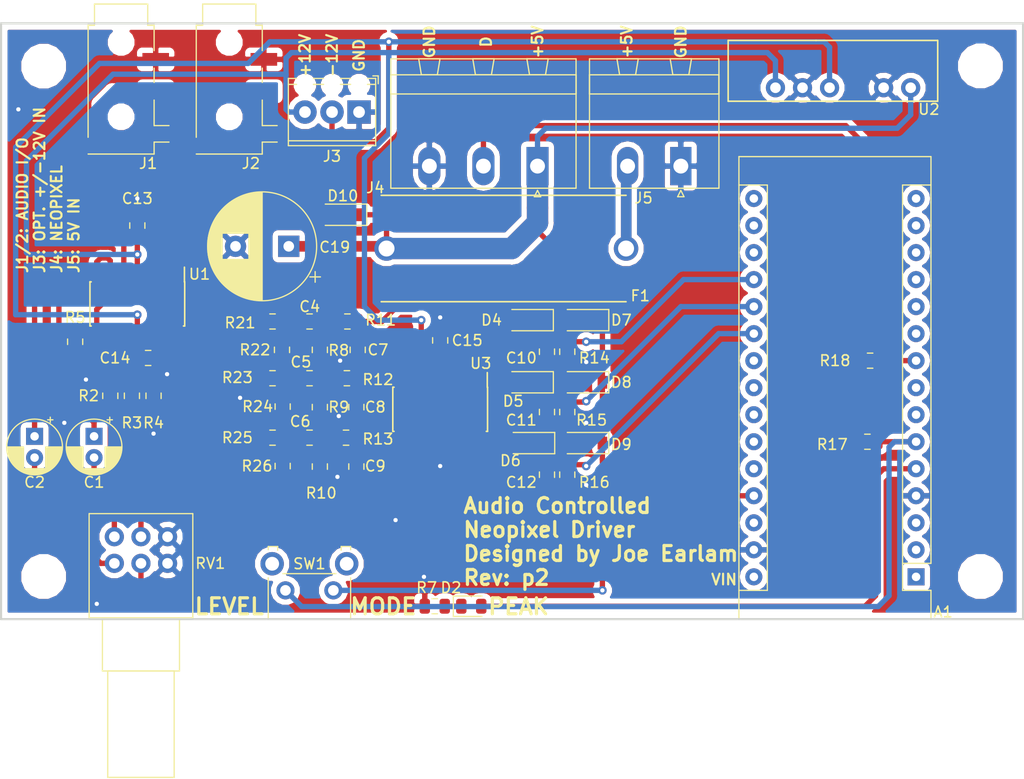
<source format=kicad_pcb>
(kicad_pcb (version 20171130) (host pcbnew 5.0.2-bee76a0~70~ubuntu16.04.1)
  (layers (0 F.Cu signal) (31 B.Cu signal) (34 B.Paste user) (35 F.Paste user) (36 B.SilkS user) (37 F.SilkS user) (38 B.Mask user) (39 F.Mask user) (44 Edge.Cuts user))
  (net 0 "")
  (net 1 GND)
  (net 2 "Net-(C2-Pad1)")
  (net 3 "Net-(C1-Pad1)")
  (net 4 "Net-(C4-Pad1)")
  (net 5 /Buf_input)
  (net 6 +5V)
  (net 7 "Net-(C9-Pad1)")
  (net 8 "Net-(R2-Pad2)")
  (net 9 "Net-(D2-Pad1)")
  (net 10 "Net-(A1-Pad6)")
  (net 11 "Net-(C6-Pad1)")
  (net 12 "Net-(R4-Pad1)")
  (net 13 "Net-(C5-Pad1)")
  (net 14 "Net-(C7-Pad2)")
  (net 15 "Net-(C8-Pad1)")
  (net 16 /Neopixel)
  (net 17 -12V)
  (net 18 +12V)
  (net 19 "Net-(D4-Pad2)")
  (net 20 "Net-(D6-Pad2)")
  (net 21 "Net-(D5-Pad2)")
  (net 22 "Net-(A1-Pad1)")
  (net 23 "Net-(A1-Pad17)")
  (net 24 "Net-(A1-Pad2)")
  (net 25 "Net-(A1-Pad18)")
  (net 26 "Net-(A1-Pad3)")
  (net 27 "Net-(A1-Pad22)")
  (net 28 "Net-(A1-Pad7)")
  (net 29 "Net-(A1-Pad23)")
  (net 30 "Net-(A1-Pad8)")
  (net 31 "Net-(A1-Pad24)")
  (net 32 "Net-(A1-Pad9)")
  (net 33 "Net-(A1-Pad25)")
  (net 34 "Net-(A1-Pad10)")
  (net 35 "Net-(A1-Pad26)")
  (net 36 "Net-(A1-Pad11)")
  (net 37 "Net-(A1-Pad12)")
  (net 38 "Net-(A1-Pad28)")
  (net 39 "Net-(A1-Pad13)")
  (net 40 "Net-(A1-Pad14)")
  (net 41 "Net-(A1-Pad30)")
  (net 42 "Net-(A1-Pad15)")
  (net 43 "Net-(A1-Pad16)")
  (net 44 /Input_R)
  (net 45 /Input_L)
  (net 46 "Net-(F1-Pad2)")
  (net 47 "Net-(J7-Pad1)")
  (net 48 "Net-(J6-Pad1)")
  (net 49 "Net-(R2-Pad1)")
  (net 50 "Net-(R3-Pad2)")
  (net 51 /Low)
  (net 52 /Mid)
  (net 53 /High)
  (net 54 "Net-(C1-Pad2)")
  (net 55 "Net-(C2-Pad2)")
  (net 56 "Net-(J8-Pad1)")
  (net 57 "Net-(J9-Pad1)")
  (net 58 "Net-(J2-PadR2)")
  (net 59 "Net-(J1-PadR2)")
  (net 60 "Net-(C5-Pad2)")
  (net 61 "Net-(C6-Pad2)")
  (net 62 "Net-(C4-Pad2)")
  (net 63 /Clipping)
  (net 64 "Net-(U3-Pad13)")
  (net 65 "Net-(U1-Pad13)")
  (module Footprints:TMAxxxxD (layer F.Cu) (at 125.984 30.607 180)
    (fp_text reference U2 (at 0.8255 -6.477 180) (layer F.SilkS))
    (fp_text value TMA0512D)
    (pad 1 thru_hole circle (at 2.54 -4.445 180) (size 1.8 1.8) (drill 1) (layers *.Cu *.Mask) (net 6 +5V))
    (pad 2 thru_hole circle (at 5.08 -4.445 180) (size 1.8 1.8) (drill 1) (layers *.Cu *.Mask) (net 1 GND))
    (pad 4 thru_hole circle (at 10.16 -4.445 180) (size 1.8 1.8) (drill 1) (layers *.Cu *.Mask) (net 17 -12V))
    (pad 5 thru_hole circle (at 12.7 -4.445 180) (size 1.8 1.8) (drill 1) (layers *.Cu *.Mask) (net 1 GND))
    (pad 6 thru_hole circle (at 15.24 -4.445 180) (size 1.8 1.8) (drill 1) (layers *.Cu *.Mask) (net 18 +12V))
  )
  (module Resistor_SMD:R_0805_2012Metric (layer F.Cu) (at 63.5 57.023 180)
    (fp_text reference R21 (at 3.048 -0.127) (layer F.SilkS))
    (fp_text value 100K)
    (pad 2 smd roundrect (at 0.9375 0 180) (size 0.975 1.4) (layers F.Cu F.Paste F.Mask) (net 5 /Buf_input))
    (pad 1 smd roundrect (at -0.9375 0 180) (size 0.975 1.4) (layers F.Cu F.Paste F.Mask) (net 62 "Net-(C4-Pad2)"))
  )
  (module Resistor_SMD:R_0805_2012Metric (layer F.Cu) (at 64.389 59.69 90)
    (fp_text reference R22 (at 0 -2.54 180) (layer F.SilkS))
    (fp_text value 250K)
    (pad 1 smd roundrect (at -0.9375 0 90) (size 0.975 1.4) (layers F.Cu F.Paste F.Mask) (net 1 GND))
    (pad 2 smd roundrect (at 0.9375 0 90) (size 0.975 1.4) (layers F.Cu F.Paste F.Mask) (net 62 "Net-(C4-Pad2)"))
  )
  (module Resistor_SMD:R_0805_2012Metric (layer F.Cu) (at 64.4525 65.024 90)
    (fp_text reference R24 (at 0 -2.3495 180) (layer F.SilkS))
    (fp_text value 169K)
    (pad 2 smd roundrect (at 0.9375 0 90) (size 0.975 1.4) (layers F.Cu F.Paste F.Mask) (net 60 "Net-(C5-Pad2)"))
    (pad 1 smd roundrect (at -0.9375 0 90) (size 0.975 1.4) (layers F.Cu F.Paste F.Mask) (net 1 GND))
  )
  (module Resistor_SMD:R_0805_2012Metric (layer F.Cu) (at 63.5 67.945 180)
    (fp_text reference R25 (at 3.302 0) (layer F.SilkS))
    (fp_text value 0R)
    (pad 1 smd roundrect (at -0.9375 0 180) (size 0.975 1.4) (layers F.Cu F.Paste F.Mask) (net 61 "Net-(C6-Pad2)"))
    (pad 2 smd roundrect (at 0.9375 0 180) (size 0.975 1.4) (layers F.Cu F.Paste F.Mask) (net 5 /Buf_input))
  )
  (module Resistor_SMD:R_0805_2012Metric (layer F.Cu) (at 64.4525 70.612 90)
    (fp_text reference R26 (at 0 -2.413 180) (layer F.SilkS))
    (fp_text value NF)
    (pad 2 smd roundrect (at 0.9375 0 90) (size 0.975 1.4) (layers F.Cu F.Paste F.Mask) (net 61 "Net-(C6-Pad2)"))
    (pad 1 smd roundrect (at -0.9375 0 90) (size 0.975 1.4) (layers F.Cu F.Paste F.Mask) (net 1 GND))
  )
  (module Resistor_SMD:R_0805_2012Metric (layer F.Cu) (at 63.5 62.357 180)
    (fp_text reference R23 (at 3.302 0.0635) (layer F.SilkS))
    (fp_text value 100K)
    (pad 1 smd roundrect (at -0.9375 0 180) (size 0.975 1.4) (layers F.Cu F.Paste F.Mask) (net 60 "Net-(C5-Pad2)"))
    (pad 2 smd roundrect (at 0.9375 0 180) (size 0.975 1.4) (layers F.Cu F.Paste F.Mask) (net 5 /Buf_input))
  )
  (module Connector_Audio:Jack_3.5mm_PJ320D_Horizontal (layer F.Cu) (at 49.276 35.56 270)
    (fp_text reference J1 (at 6.604 -2.54) (layer F.SilkS))
    (fp_text value AudioJack4)
    (pad "" np_thru_hole circle (at 2.225 0 270) (size 1.5 1.5) (drill 1.5) (layers *.Cu *.Mask))
    (pad "" np_thru_hole circle (at -4.775 0 270) (size 1.5 1.5) (drill 1.5) (layers *.Cu *.Mask))
    (pad S smd rect (at -3.175 -3.25 270) (size 1.2 2.5) (layers F.Cu F.Paste F.Mask) (net 1 GND))
    (pad R1 smd rect (at -0.175 -3.25 270) (size 1.2 2.5) (layers F.Cu F.Paste F.Mask) (net 45 /Input_L))
    (pad T smd rect (at 3.825 -3.25 270) (size 1.2 2.5) (layers F.Cu F.Paste F.Mask) (net 44 /Input_R))
    (pad R2 smd rect (at 4.925 3.25 270) (size 1.2 2.5) (layers F.Cu F.Paste F.Mask) (net 59 "Net-(J1-PadR2)"))
  )
  (module Connector_Audio:Jack_3.5mm_PJ320D_Horizontal (layer F.Cu) (at 59.436 35.56 270)
    (fp_text reference J2 (at 6.604 -2.032) (layer F.SilkS))
    (fp_text value AudioJack4)
    (pad R2 smd rect (at 4.925 3.25 270) (size 1.2 2.5) (layers F.Cu F.Paste F.Mask) (net 58 "Net-(J2-PadR2)"))
    (pad T smd rect (at 3.825 -3.25 270) (size 1.2 2.5) (layers F.Cu F.Paste F.Mask) (net 44 /Input_R))
    (pad R1 smd rect (at -0.175 -3.25 270) (size 1.2 2.5) (layers F.Cu F.Paste F.Mask) (net 45 /Input_L))
    (pad S smd rect (at -3.175 -3.25 270) (size 1.2 2.5) (layers F.Cu F.Paste F.Mask) (net 1 GND))
    (pad "" np_thru_hole circle (at -4.775 0 270) (size 1.5 1.5) (drill 1.5) (layers *.Cu *.Mask))
    (pad "" np_thru_hole circle (at 2.225 0 270) (size 1.5 1.5) (drill 1.5) (layers *.Cu *.Mask))
  )
  (module Diode_SMD:D_SOD-123 (layer F.Cu) (at 70.104 46.99 180)
    (fp_text reference D10 (at 0 1.778) (layer F.SilkS))
    (fp_text value 1N5819)
    (pad 2 smd rect (at 1.65 0 180) (size 0.9 1.2) (layers F.Cu F.Paste F.Mask) (net 1 GND))
    (pad 1 smd rect (at -1.65 0 180) (size 0.9 1.2) (layers F.Cu F.Paste F.Mask) (net 6 +5V))
  )
  (module Capacitor_SMD:C_0805_2012Metric (layer F.Cu) (at 51.816 60.452)
    (fp_text reference C14 (at -3.1115 0) (layer F.SilkS))
    (fp_text value 100n)
    (pad 1 smd roundrect (at -0.9375 0) (size 0.975 1.4) (layers F.Cu F.Paste F.Mask) (net 17 -12V))
    (pad 2 smd roundrect (at 0.9375 0) (size 0.975 1.4) (layers F.Cu F.Paste F.Mask) (net 1 GND))
  )
  (module Connector_Phoenix_MSTB:PhoenixContact_MSTBA_2,5_2-G_1x02_P5.00mm_Horizontal (layer F.Cu) (at 101.854 42.418 180)
    (fp_text reference J5 (at 3.5 -3 180) (layer F.SilkS))
    (fp_text value KF2EDGK)
    (pad 1 thru_hole rect (at 0 0 180) (size 2 3.6) (drill 1.4) (layers *.Cu *.Mask) (net 1 GND))
    (pad 2 thru_hole oval (at 5 0 180) (size 2 3.6) (drill 1.4) (layers *.Cu *.Mask) (net 46 "Net-(F1-Pad2)"))
  )
  (module Connector_Phoenix_MSTB:PhoenixContact_MSTBA_2,5_3-G-5,08_1x03_P5.08mm_Horizontal (layer F.Cu) (at 88.392 42.418 180)
    (fp_text reference J4 (at 15.24 -2.032 180) (layer F.SilkS))
    (fp_text value KF2EDGK)
    (pad 1 thru_hole rect (at 0 0 180) (size 2.08 3.6) (drill 1.4) (layers *.Cu *.Mask) (net 6 +5V))
    (pad 2 thru_hole oval (at 5.08 0 180) (size 2.08 3.6) (drill 1.4) (layers *.Cu *.Mask) (net 16 /Neopixel))
    (pad 3 thru_hole oval (at 10.16 0 180) (size 2.08 3.6) (drill 1.4) (layers *.Cu *.Mask) (net 1 GND))
  )
  (module MountingHole:MountingHole_3.2mm_M3 (layer F.Cu) (at 130 81)
    (fp_text reference J9 hide)
    (fp_text value Conn_01x01_Female)
    (pad 1 np_thru_hole circle (at 0 0) (size 3.2 3.2) (drill 3.2) (layers *.Cu *.Mask) (net 57 "Net-(J9-Pad1)"))
  )
  (module TerminalBlock_Phoenix:TerminalBlock_Phoenix_MPT-0,5-3-2.54_1x03_P2.54mm_Horizontal (layer F.Cu) (at 71.628 37.338 180)
    (fp_text reference J3 (at 2.54 -4.16 180) (layer F.SilkS))
    (fp_text value KF2EDGK)
    (pad 1 thru_hole rect (at 0 0 180) (size 2.2 2.2) (drill 1.1) (layers *.Cu *.Mask) (net 1 GND))
    (pad "" np_thru_hole circle (at 0 2.54 180) (size 1.1 1.1) (drill 1.1) (layers *.Cu *.Mask))
    (pad 2 thru_hole circle (at 2.54 0 180) (size 2.2 2.2) (drill 1.1) (layers *.Cu *.Mask) (net 17 -12V))
    (pad "" np_thru_hole circle (at 2.54 2.54 180) (size 1.1 1.1) (drill 1.1) (layers *.Cu *.Mask))
    (pad 3 thru_hole circle (at 5.08 0 180) (size 2.2 2.2) (drill 1.1) (layers *.Cu *.Mask) (net 18 +12V))
    (pad "" np_thru_hole circle (at 5.08 2.54 180) (size 1.1 1.1) (drill 1.1) (layers *.Cu *.Mask))
  )
  (module Capacitor_THT:CP_Radial_D5.0mm_P2.00mm (layer F.Cu) (at 41.148 67.818 270)
    (fp_text reference C2 (at 4.318 0) (layer F.SilkS))
    (fp_text value 10u)
    (pad 2 thru_hole circle (at 2 0 270) (size 1.6 1.6) (drill 0.8) (layers *.Cu *.Mask) (net 55 "Net-(C2-Pad2)"))
    (pad 1 thru_hole rect (at 0 0 270) (size 1.6 1.6) (drill 0.8) (layers *.Cu *.Mask) (net 2 "Net-(C2-Pad1)"))
  )
  (module Capacitor_THT:CP_Radial_D5.0mm_P2.00mm (layer F.Cu) (at 46.736 67.818 270)
    (fp_text reference C1 (at 4.318 0) (layer F.SilkS))
    (fp_text value 10u)
    (pad 1 thru_hole rect (at 0 0 270) (size 1.6 1.6) (drill 0.8) (layers *.Cu *.Mask) (net 3 "Net-(C1-Pad1)"))
    (pad 2 thru_hole circle (at 2 0 270) (size 1.6 1.6) (drill 0.8) (layers *.Cu *.Mask) (net 54 "Net-(C1-Pad2)"))
  )
  (module MountingHole:MountingHole_3.2mm_M3 (layer F.Cu) (at 42 81)
    (fp_text reference J6 hide)
    (fp_text value Conn_01x01_Female)
    (pad 1 np_thru_hole circle (at 0 0) (size 3.2 3.2) (drill 3.2) (layers *.Cu *.Mask) (net 48 "Net-(J6-Pad1)"))
  )
  (module MountingHole:MountingHole_3.2mm_M3 (layer F.Cu) (at 130 33)
    (fp_text reference J7 hide)
    (fp_text value Conn_01x01_Female)
    (pad 1 np_thru_hole circle (at 0 0) (size 3.2 3.2) (drill 3.2) (layers *.Cu *.Mask) (net 47 "Net-(J7-Pad1)"))
  )
  (module MountingHole:MountingHole_3.2mm_M3 (layer F.Cu) (at 42 33.02)
    (fp_text reference J8 hide)
    (fp_text value Conn_01x01_Female)
    (pad 1 np_thru_hole circle (at 0 0) (size 3.2 3.2) (drill 3.2) (layers *.Cu *.Mask) (net 56 "Net-(J8-Pad1)"))
  )
  (module Footprints:5x20_holder (layer F.Cu) (at 84.709 50.165)
    (fp_text reference F1 (at 13.335 4.445) (layer F.SilkS))
    (fp_text value 176-9047)
    (pad 1 thru_hole circle (at -10.5 0) (size 2.3 2.3) (drill 1.5) (layers *.Cu *.Mask) (net 6 +5V))
    (pad 2 thru_hole circle (at 12 0) (size 2.3 2.3) (drill 1.5) (layers *.Cu *.Mask) (net 46 "Net-(F1-Pad2)"))
  )
  (module Package_SO:SOIC-14_3.9x8.7mm_P1.27mm (layer F.Cu) (at 50.8 55.372 270)
    (fp_text reference U1 (at -2.794 -5.842) (layer F.SilkS))
    (fp_text value LM324)
    (pad 1 smd rect (at -2.7 -3.81 270) (size 1.5 0.6) (layers F.Cu F.Paste F.Mask) (net 3 "Net-(C1-Pad1)"))
    (pad 2 smd rect (at -2.7 -2.54 270) (size 1.5 0.6) (layers F.Cu F.Paste F.Mask) (net 3 "Net-(C1-Pad1)"))
    (pad 3 smd rect (at -2.7 -1.27 270) (size 1.5 0.6) (layers F.Cu F.Paste F.Mask) (net 44 /Input_R))
    (pad 4 smd rect (at -2.7 0 270) (size 1.5 0.6) (layers F.Cu F.Paste F.Mask) (net 18 +12V))
    (pad 5 smd rect (at -2.7 1.27 270) (size 1.5 0.6) (layers F.Cu F.Paste F.Mask) (net 45 /Input_L))
    (pad 6 smd rect (at -2.7 2.54 270) (size 1.5 0.6) (layers F.Cu F.Paste F.Mask) (net 2 "Net-(C2-Pad1)"))
    (pad 7 smd rect (at -2.7 3.81 270) (size 1.5 0.6) (layers F.Cu F.Paste F.Mask) (net 2 "Net-(C2-Pad1)"))
    (pad 8 smd rect (at 2.7 3.81 270) (size 1.5 0.6) (layers F.Cu F.Paste F.Mask) (net 5 /Buf_input))
    (pad 9 smd rect (at 2.7 2.54 270) (size 1.5 0.6) (layers F.Cu F.Paste F.Mask) (net 8 "Net-(R2-Pad2)"))
    (pad 10 smd rect (at 2.7 1.27 270) (size 1.5 0.6) (layers F.Cu F.Paste F.Mask) (net 12 "Net-(R4-Pad1)"))
    (pad 11 smd rect (at 2.7 0 270) (size 1.5 0.6) (layers F.Cu F.Paste F.Mask) (net 17 -12V))
    (pad 12 smd rect (at 2.7 -1.27 270) (size 1.5 0.6) (layers F.Cu F.Paste F.Mask) (net 1 GND))
    (pad 13 smd rect (at 2.7 -2.54 270) (size 1.5 0.6) (layers F.Cu F.Paste F.Mask) (net 65 "Net-(U1-Pad13)"))
    (pad 14 smd rect (at 2.7 -3.81 270) (size 1.5 0.6) (layers F.Cu F.Paste F.Mask) (net 65 "Net-(U1-Pad13)"))
  )
  (module LED_SMD:LED_0805_2012Metric (layer F.Cu) (at 82.169 83.788)
    (fp_text reference D2 (at -1.905 -1.746) (layer F.SilkS))
    (fp_text value Red)
    (pad 1 smd roundrect (at -0.9375 0) (size 0.975 1.4) (layers F.Cu F.Paste F.Mask) (net 9 "Net-(D2-Pad1)"))
    (pad 2 smd roundrect (at 0.9375 0) (size 0.975 1.4) (layers F.Cu F.Paste F.Mask) (net 63 /Clipping))
  )
  (module Button_Switch_THT:SW_Tactile_SKHH_Angled (layer F.Cu) (at 69.215 82.296 180)
    (fp_text reference SW1 (at 2.25 2.5 180) (layer F.SilkS))
    (fp_text value SW_SPST)
    (pad "" thru_hole circle (at 5.75 2.5) (size 2.2 2.2) (drill 1.3) (layers *.Cu *.Mask))
    (pad "" thru_hole circle (at -1.25 2.5) (size 2.2 2.2) (drill 1.3) (layers *.Cu *.Mask))
    (pad 2 thru_hole circle (at 4.5 0) (size 1.7 1.7) (drill 1) (layers *.Cu *.Mask) (net 10 "Net-(A1-Pad6)"))
    (pad 1 thru_hole circle (at 0 0) (size 1.7 1.7) (drill 1) (layers *.Cu *.Mask) (net 6 +5V))
  )
  (module Capacitor_SMD:C_0805_2012Metric (layer F.Cu) (at 79.248 58.801 270)
    (fp_text reference C15 (at 0 -2.54) (layer F.SilkS))
    (fp_text value 100n)
    (pad 1 smd roundrect (at -0.9375 0 270) (size 0.975 1.4) (layers F.Cu F.Paste F.Mask) (net 1 GND))
    (pad 2 smd roundrect (at 0.9375 0 270) (size 0.975 1.4) (layers F.Cu F.Paste F.Mask) (net 18 +12V))
  )
  (module Capacitor_SMD:C_0805_2012Metric (layer F.Cu) (at 50.8 48.006 270)
    (fp_text reference C13 (at -2.54 0) (layer F.SilkS))
    (fp_text value 100n)
    (pad 1 smd roundrect (at -0.9375 0 270) (size 0.975 1.4) (layers F.Cu F.Paste F.Mask) (net 1 GND))
    (pad 2 smd roundrect (at 0.9375 0 270) (size 0.975 1.4) (layers F.Cu F.Paste F.Mask) (net 18 +12V))
  )
  (module Capacitor_SMD:C_0805_2012Metric (layer F.Cu) (at 89.281 71.4225 270)
    (fp_text reference C12 (at 0.7135 2.413) (layer F.SilkS))
    (fp_text value 100n)
    (pad 2 smd roundrect (at 0.9375 0 270) (size 0.975 1.4) (layers F.Cu F.Paste F.Mask) (net 1 GND))
    (pad 1 smd roundrect (at -0.9375 0 270) (size 0.975 1.4) (layers F.Cu F.Paste F.Mask) (net 53 /High))
  )
  (module Capacitor_SMD:C_0805_2012Metric (layer F.Cu) (at 89.281 65.532 270)
    (fp_text reference C11 (at 0.762 2.413) (layer F.SilkS))
    (fp_text value 100n)
    (pad 1 smd roundrect (at -0.9375 0 270) (size 0.975 1.4) (layers F.Cu F.Paste F.Mask) (net 52 /Mid))
    (pad 2 smd roundrect (at 0.9375 0 270) (size 0.975 1.4) (layers F.Cu F.Paste F.Mask) (net 1 GND))
  )
  (module Capacitor_SMD:C_0805_2012Metric (layer F.Cu) (at 89.281 59.8655 270)
    (fp_text reference C10 (at 0.5865 2.413) (layer F.SilkS))
    (fp_text value 100n)
    (pad 2 smd roundrect (at 0.9375 0 270) (size 0.975 1.4) (layers F.Cu F.Paste F.Mask) (net 1 GND))
    (pad 1 smd roundrect (at -0.9375 0 270) (size 0.975 1.4) (layers F.Cu F.Paste F.Mask) (net 51 /Low))
  )
  (module Capacitor_SMD:C_0805_2012Metric (layer F.Cu) (at 71.374 70.6605 270)
    (fp_text reference C9 (at -0.0485 -1.778) (layer F.SilkS))
    (fp_text value 10n)
    (pad 1 smd roundrect (at -0.9375 0 270) (size 0.975 1.4) (layers F.Cu F.Paste F.Mask) (net 7 "Net-(C9-Pad1)"))
    (pad 2 smd roundrect (at 0.9375 0 270) (size 0.975 1.4) (layers F.Cu F.Paste F.Mask) (net 1 GND))
  )
  (module Capacitor_SMD:C_0805_2012Metric (layer F.Cu) (at 71.374 65.0725 270)
    (fp_text reference C8 (at 0 -1.778) (layer F.SilkS))
    (fp_text value 10n)
    (pad 2 smd roundrect (at 0.9375 0 270) (size 0.975 1.4) (layers F.Cu F.Paste F.Mask) (net 1 GND))
    (pad 1 smd roundrect (at -0.9375 0 270) (size 0.975 1.4) (layers F.Cu F.Paste F.Mask) (net 15 "Net-(C8-Pad1)"))
  )
  (module Capacitor_SMD:C_0805_2012Metric (layer F.Cu) (at 71.501 59.69 90)
    (fp_text reference C7 (at 0 1.905 180) (layer F.SilkS))
    (fp_text value 47n)
    (pad 1 smd roundrect (at -0.9375 0 90) (size 0.975 1.4) (layers F.Cu F.Paste F.Mask) (net 1 GND))
    (pad 2 smd roundrect (at 0.9375 0 90) (size 0.975 1.4) (layers F.Cu F.Paste F.Mask) (net 14 "Net-(C7-Pad2)"))
  )
  (module Capacitor_SMD:C_0805_2012Metric (layer F.Cu) (at 66.9775 67.945 180)
    (fp_text reference C6 (at 0.874 1.524 180) (layer F.SilkS))
    (fp_text value 10n)
    (pad 2 smd roundrect (at 0.9375 0 180) (size 0.975 1.4) (layers F.Cu F.Paste F.Mask) (net 61 "Net-(C6-Pad2)"))
    (pad 1 smd roundrect (at -0.9375 0 180) (size 0.975 1.4) (layers F.Cu F.Paste F.Mask) (net 11 "Net-(C6-Pad1)"))
  )
  (module Capacitor_SMD:C_0805_2012Metric (layer F.Cu) (at 66.9775 62.357 180)
    (fp_text reference C5 (at 0.8105 1.524 180) (layer F.SilkS))
    (fp_text value 47n)
    (pad 1 smd roundrect (at -0.9375 0 180) (size 0.975 1.4) (layers F.Cu F.Paste F.Mask) (net 13 "Net-(C5-Pad1)"))
    (pad 2 smd roundrect (at 0.9375 0 180) (size 0.975 1.4) (layers F.Cu F.Paste F.Mask) (net 60 "Net-(C5-Pad2)"))
  )
  (module Capacitor_SMD:C_0805_2012Metric (layer F.Cu) (at 66.9775 57.023 180)
    (fp_text reference C4 (at -0.015 1.397 180) (layer F.SilkS))
    (fp_text value 100n)
    (pad 2 smd roundrect (at 0.9375 0 180) (size 0.975 1.4) (layers F.Cu F.Paste F.Mask) (net 62 "Net-(C4-Pad2)"))
    (pad 1 smd roundrect (at -0.9375 0 180) (size 0.975 1.4) (layers F.Cu F.Paste F.Mask) (net 4 "Net-(C4-Pad1)"))
  )
  (module Capacitor_THT:CP_Radial_D10.0mm_P5.00mm (layer F.Cu) (at 65.024 49.958 180)
    (fp_text reference C19 (at -4.318 -0.08) (layer F.SilkS))
    (fp_text value "330u 35V")
    (pad 1 thru_hole rect (at 0 0 180) (size 2 2) (drill 1) (layers *.Cu *.Mask) (net 6 +5V))
    (pad 2 thru_hole circle (at 5 0 180) (size 2 2) (drill 1) (layers *.Cu *.Mask) (net 1 GND))
  )
  (module Diode_SMD:D_SOD-123 (layer F.Cu) (at 92.838 62.738 180)
    (fp_text reference D8 (at -3.428 0) (layer F.SilkS))
    (fp_text value 1N5819)
    (pad 1 smd rect (at -1.65 0 180) (size 0.9 1.2) (layers F.Cu F.Paste F.Mask) (net 6 +5V))
    (pad 2 smd rect (at 1.65 0 180) (size 0.9 1.2) (layers F.Cu F.Paste F.Mask) (net 52 /Mid))
  )
  (module Diode_SMD:D_SOD-123 (layer F.Cu) (at 92.837 56.896 180)
    (fp_text reference D7 (at -3.429 0) (layer F.SilkS))
    (fp_text value 1N5819)
    (pad 2 smd rect (at 1.65 0 180) (size 0.9 1.2) (layers F.Cu F.Paste F.Mask) (net 51 /Low))
    (pad 1 smd rect (at -1.65 0 180) (size 0.9 1.2) (layers F.Cu F.Paste F.Mask) (net 6 +5V))
  )
  (module Diode_SMD:D_SOD-123 (layer F.Cu) (at 87.757 68.453 180)
    (fp_text reference D6 (at 1.905 -1.651 180) (layer F.SilkS))
    (fp_text value 1N4148)
    (pad 1 smd rect (at -1.65 0 180) (size 0.9 1.2) (layers F.Cu F.Paste F.Mask) (net 53 /High))
    (pad 2 smd rect (at 1.65 0 180) (size 0.9 1.2) (layers F.Cu F.Paste F.Mask) (net 20 "Net-(D6-Pad2)"))
  )
  (module Diode_SMD:D_SOD-123 (layer F.Cu) (at 87.629 62.738 180)
    (fp_text reference D5 (at 1.523 -1.778 180) (layer F.SilkS))
    (fp_text value 1N4148)
    (pad 2 smd rect (at 1.65 0 180) (size 0.9 1.2) (layers F.Cu F.Paste F.Mask) (net 21 "Net-(D5-Pad2)"))
    (pad 1 smd rect (at -1.65 0 180) (size 0.9 1.2) (layers F.Cu F.Paste F.Mask) (net 52 /Mid))
  )
  (module Diode_SMD:D_SOD-123 (layer F.Cu) (at 87.63 56.896 180)
    (fp_text reference D4 (at 3.556 0 180) (layer F.SilkS))
    (fp_text value 1N4148)
    (pad 1 smd rect (at -1.65 0 180) (size 0.9 1.2) (layers F.Cu F.Paste F.Mask) (net 51 /Low))
    (pad 2 smd rect (at 1.65 0 180) (size 0.9 1.2) (layers F.Cu F.Paste F.Mask) (net 19 "Net-(D4-Pad2)"))
  )
  (module Diode_SMD:D_SOD-123 (layer F.Cu) (at 92.837 68.453 180)
    (fp_text reference D9 (at -3.429 -0.127 180) (layer F.SilkS))
    (fp_text value 1N5819)
    (pad 1 smd rect (at -1.65 0 180) (size 0.9 1.2) (layers F.Cu F.Paste F.Mask) (net 6 +5V))
    (pad 2 smd rect (at 1.65 0 180) (size 0.9 1.2) (layers F.Cu F.Paste F.Mask) (net 53 /High))
  )
  (module Module:Arduino_Nano (layer F.Cu) (at 123.952 81.026 180)
    (fp_text reference A1 (at -2.54 -3.302 180) (layer F.SilkS))
    (fp_text value Arduino_Nano_v3.x)
    (pad 1 thru_hole rect (at 0 0 180) (size 1.6 1.6) (drill 0.8) (layers *.Cu *.Mask) (net 22 "Net-(A1-Pad1)"))
    (pad 17 thru_hole oval (at 15.24 33.02 180) (size 1.6 1.6) (drill 0.8) (layers *.Cu *.Mask) (net 23 "Net-(A1-Pad17)"))
    (pad 2 thru_hole oval (at 0 2.54 180) (size 1.6 1.6) (drill 0.8) (layers *.Cu *.Mask) (net 24 "Net-(A1-Pad2)"))
    (pad 18 thru_hole oval (at 15.24 30.48 180) (size 1.6 1.6) (drill 0.8) (layers *.Cu *.Mask) (net 25 "Net-(A1-Pad18)"))
    (pad 3 thru_hole oval (at 0 5.08 180) (size 1.6 1.6) (drill 0.8) (layers *.Cu *.Mask) (net 26 "Net-(A1-Pad3)"))
    (pad 19 thru_hole oval (at 15.24 27.94 180) (size 1.6 1.6) (drill 0.8) (layers *.Cu *.Mask) (net 51 /Low))
    (pad 4 thru_hole oval (at 0 7.62 180) (size 1.6 1.6) (drill 0.8) (layers *.Cu *.Mask) (net 1 GND))
    (pad 20 thru_hole oval (at 15.24 25.4 180) (size 1.6 1.6) (drill 0.8) (layers *.Cu *.Mask) (net 52 /Mid))
    (pad 5 thru_hole oval (at 0 10.16 180) (size 1.6 1.6) (drill 0.8) (layers *.Cu *.Mask) (net 63 /Clipping))
    (pad 21 thru_hole oval (at 15.24 22.86 180) (size 1.6 1.6) (drill 0.8) (layers *.Cu *.Mask) (net 53 /High))
    (pad 6 thru_hole oval (at 0 12.7 180) (size 1.6 1.6) (drill 0.8) (layers *.Cu *.Mask) (net 10 "Net-(A1-Pad6)"))
    (pad 22 thru_hole oval (at 15.24 20.32 180) (size 1.6 1.6) (drill 0.8) (layers *.Cu *.Mask) (net 27 "Net-(A1-Pad22)"))
    (pad 7 thru_hole oval (at 0 15.24 180) (size 1.6 1.6) (drill 0.8) (layers *.Cu *.Mask) (net 28 "Net-(A1-Pad7)"))
    (pad 23 thru_hole oval (at 15.24 17.78 180) (size 1.6 1.6) (drill 0.8) (layers *.Cu *.Mask) (net 29 "Net-(A1-Pad23)"))
    (pad 8 thru_hole oval (at 0 17.78 180) (size 1.6 1.6) (drill 0.8) (layers *.Cu *.Mask) (net 30 "Net-(A1-Pad8)"))
    (pad 24 thru_hole oval (at 15.24 15.24 180) (size 1.6 1.6) (drill 0.8) (layers *.Cu *.Mask) (net 31 "Net-(A1-Pad24)"))
    (pad 9 thru_hole oval (at 0 20.32 180) (size 1.6 1.6) (drill 0.8) (layers *.Cu *.Mask) (net 32 "Net-(A1-Pad9)"))
    (pad 25 thru_hole oval (at 15.24 12.7 180) (size 1.6 1.6) (drill 0.8) (layers *.Cu *.Mask) (net 33 "Net-(A1-Pad25)"))
    (pad 10 thru_hole oval (at 0 22.86 180) (size 1.6 1.6) (drill 0.8) (layers *.Cu *.Mask) (net 34 "Net-(A1-Pad10)"))
    (pad 26 thru_hole oval (at 15.24 10.16 180) (size 1.6 1.6) (drill 0.8) (layers *.Cu *.Mask) (net 35 "Net-(A1-Pad26)"))
    (pad 11 thru_hole oval (at 0 25.4 180) (size 1.6 1.6) (drill 0.8) (layers *.Cu *.Mask) (net 36 "Net-(A1-Pad11)"))
    (pad 27 thru_hole oval (at 15.24 7.62 180) (size 1.6 1.6) (drill 0.8) (layers *.Cu *.Mask) (net 6 +5V))
    (pad 12 thru_hole oval (at 0 27.94 180) (size 1.6 1.6) (drill 0.8) (layers *.Cu *.Mask) (net 37 "Net-(A1-Pad12)"))
    (pad 28 thru_hole oval (at 15.24 5.08 180) (size 1.6 1.6) (drill 0.8) (layers *.Cu *.Mask) (net 38 "Net-(A1-Pad28)"))
    (pad 13 thru_hole oval (at 0 30.48 180) (size 1.6 1.6) (drill 0.8) (layers *.Cu *.Mask) (net 39 "Net-(A1-Pad13)"))
    (pad 29 thru_hole oval (at 15.24 2.54 180) (size 1.6 1.6) (drill 0.8) (layers *.Cu *.Mask) (net 1 GND))
    (pad 14 thru_hole oval (at 0 33.02 180) (size 1.6 1.6) (drill 0.8) (layers *.Cu *.Mask) (net 40 "Net-(A1-Pad14)"))
    (pad 30 thru_hole oval (at 15.24 0 180) (size 1.6 1.6) (drill 0.8) (layers *.Cu *.Mask) (net 41 "Net-(A1-Pad30)"))
    (pad 15 thru_hole oval (at 0 35.56 180) (size 1.6 1.6) (drill 0.8) (layers *.Cu *.Mask) (net 42 "Net-(A1-Pad15)"))
    (pad 16 thru_hole oval (at 15.24 35.56 180) (size 1.6 1.6) (drill 0.8) (layers *.Cu *.Mask) (net 43 "Net-(A1-Pad16)"))
  )
  (module Package_SO:SOIC-14_3.9x8.7mm_P1.27mm (layer F.Cu) (at 79.248 65.278 270)
    (fp_text reference U3 (at -4.318 -3.81) (layer F.SilkS))
    (fp_text value LM324)
    (pad 1 smd rect (at -2.7 -3.81 270) (size 1.5 0.6) (layers F.Cu F.Paste F.Mask) (net 19 "Net-(D4-Pad2)"))
    (pad 2 smd rect (at -2.7 -2.54 270) (size 1.5 0.6) (layers F.Cu F.Paste F.Mask) (net 19 "Net-(D4-Pad2)"))
    (pad 3 smd rect (at -2.7 -1.27 270) (size 1.5 0.6) (layers F.Cu F.Paste F.Mask) (net 14 "Net-(C7-Pad2)"))
    (pad 4 smd rect (at -2.7 0 270) (size 1.5 0.6) (layers F.Cu F.Paste F.Mask) (net 18 +12V))
    (pad 5 smd rect (at -2.7 1.27 270) (size 1.5 0.6) (layers F.Cu F.Paste F.Mask) (net 15 "Net-(C8-Pad1)"))
    (pad 6 smd rect (at -2.7 2.54 270) (size 1.5 0.6) (layers F.Cu F.Paste F.Mask) (net 21 "Net-(D5-Pad2)"))
    (pad 7 smd rect (at -2.7 3.81 270) (size 1.5 0.6) (layers F.Cu F.Paste F.Mask) (net 21 "Net-(D5-Pad2)"))
    (pad 8 smd rect (at 2.7 3.81 270) (size 1.5 0.6) (layers F.Cu F.Paste F.Mask) (net 20 "Net-(D6-Pad2)"))
    (pad 9 smd rect (at 2.7 2.54 270) (size 1.5 0.6) (layers F.Cu F.Paste F.Mask) (net 20 "Net-(D6-Pad2)"))
    (pad 10 smd rect (at 2.7 1.27 270) (size 1.5 0.6) (layers F.Cu F.Paste F.Mask) (net 7 "Net-(C9-Pad1)"))
    (pad 11 smd rect (at 2.7 0 270) (size 1.5 0.6) (layers F.Cu F.Paste F.Mask) (net 1 GND))
    (pad 12 smd rect (at 2.7 -1.27 270) (size 1.5 0.6) (layers F.Cu F.Paste F.Mask) (net 1 GND))
    (pad 13 smd rect (at 2.7 -2.54 270) (size 1.5 0.6) (layers F.Cu F.Paste F.Mask) (net 64 "Net-(U3-Pad13)"))
    (pad 14 smd rect (at 2.7 -3.81 270) (size 1.5 0.6) (layers F.Cu F.Paste F.Mask) (net 64 "Net-(U3-Pad13)"))
  )
  (module Potentiometer_THT:Potentiometer_Alps_RK097_Dual_Horizontal (layer F.Cu) (at 48.641 79.756 270)
    (fp_text reference RV1 (at 0 -9.017) (layer F.SilkS))
    (fp_text value 10KA)
    (pad 3 thru_hole circle (at 0 -5 270) (size 1.8 1.8) (drill 1) (layers *.Cu *.Mask) (net 1 GND))
    (pad 2 thru_hole circle (at 0 -2.5 270) (size 1.8 1.8) (drill 1) (layers *.Cu *.Mask) (net 50 "Net-(R3-Pad2)"))
    (pad 1 thru_hole circle (at 0 0 270) (size 1.8 1.8) (drill 1) (layers *.Cu *.Mask) (net 55 "Net-(C2-Pad2)"))
    (pad 6 thru_hole circle (at -2.5 -5 270) (size 1.8 1.8) (drill 1) (layers *.Cu *.Mask) (net 1 GND))
    (pad 5 thru_hole circle (at -2.5 -2.5 270) (size 1.8 1.8) (drill 1) (layers *.Cu *.Mask) (net 49 "Net-(R2-Pad1)"))
    (pad 4 thru_hole circle (at -2.5 0 270) (size 1.8 1.8) (drill 1) (layers *.Cu *.Mask) (net 54 "Net-(C1-Pad2)"))
  )
  (module Resistor_SMD:R_0805_2012Metric (layer F.Cu) (at 67.945 65.0725 90)
    (fp_text reference R9 (at 0 1.778 180) (layer F.SilkS))
    (fp_text value 8K2)
    (pad 2 smd roundrect (at 0.9375 0 90) (size 0.975 1.4) (layers F.Cu F.Paste F.Mask) (net 13 "Net-(C5-Pad1)"))
    (pad 1 smd roundrect (at -0.9375 0 90) (size 0.975 1.4) (layers F.Cu F.Paste F.Mask) (net 1 GND))
  )
  (module Resistor_SMD:R_0805_2012Metric (layer F.Cu) (at 119.634 60.706 180)
    (fp_text reference R18 (at 3.302 0 180) (layer F.SilkS))
    (fp_text value 470R)
    (pad 1 smd roundrect (at -0.9375 0 180) (size 0.975 1.4) (layers F.Cu F.Paste F.Mask) (net 32 "Net-(A1-Pad9)"))
    (pad 2 smd roundrect (at 0.9375 0 180) (size 0.975 1.4) (layers F.Cu F.Paste F.Mask) (net 16 /Neopixel))
  )
  (module Resistor_SMD:R_0805_2012Metric (layer F.Cu) (at 119.38 68.326)
    (fp_text reference R17 (at -3.302 0.254) (layer F.SilkS))
    (fp_text value 10K)
    (pad 2 smd roundrect (at 0.9375 0) (size 0.975 1.4) (layers F.Cu F.Paste F.Mask) (net 10 "Net-(A1-Pad6)"))
    (pad 1 smd roundrect (at -0.9375 0) (size 0.975 1.4) (layers F.Cu F.Paste F.Mask) (net 1 GND))
  )
  (module Resistor_SMD:R_0805_2012Metric (layer F.Cu) (at 91.186 71.4225 270)
    (fp_text reference R16 (at 0.7135 -2.54) (layer F.SilkS))
    (fp_text value 1M)
    (pad 1 smd roundrect (at -0.9375 0 270) (size 0.975 1.4) (layers F.Cu F.Paste F.Mask) (net 53 /High))
    (pad 2 smd roundrect (at 0.9375 0 270) (size 0.975 1.4) (layers F.Cu F.Paste F.Mask) (net 1 GND))
  )
  (module Resistor_SMD:R_0805_2012Metric (layer F.Cu) (at 91.186 65.532 270)
    (fp_text reference R15 (at 0.762 -2.286) (layer F.SilkS))
    (fp_text value 1M)
    (pad 2 smd roundrect (at 0.9375 0 270) (size 0.975 1.4) (layers F.Cu F.Paste F.Mask) (net 1 GND))
    (pad 1 smd roundrect (at -0.9375 0 270) (size 0.975 1.4) (layers F.Cu F.Paste F.Mask) (net 52 /Mid))
  )
  (module Resistor_SMD:R_0805_2012Metric (layer F.Cu) (at 91.186 59.8655 270)
    (fp_text reference R14 (at 0.5865 -2.54) (layer F.SilkS))
    (fp_text value 1M)
    (pad 1 smd roundrect (at -0.9375 0 270) (size 0.975 1.4) (layers F.Cu F.Paste F.Mask) (net 51 /Low))
    (pad 2 smd roundrect (at 0.9375 0 270) (size 0.975 1.4) (layers F.Cu F.Paste F.Mask) (net 1 GND))
  )
  (module Resistor_SMD:R_0805_2012Metric (layer F.Cu) (at 70.5335 57.023 180)
    (fp_text reference R11 (at -3.1265 0.127 180) (layer F.SilkS))
    (fp_text value 8K2)
    (pad 2 smd roundrect (at 0.9375 0 180) (size 0.975 1.4) (layers F.Cu F.Paste F.Mask) (net 4 "Net-(C4-Pad1)"))
    (pad 1 smd roundrect (at -0.9375 0 180) (size 0.975 1.4) (layers F.Cu F.Paste F.Mask) (net 14 "Net-(C7-Pad2)"))
  )
  (module Resistor_SMD:R_0805_2012Metric (layer F.Cu) (at 70.4065 67.945 180)
    (fp_text reference R13 (at -2.9995 -0.127 180) (layer F.SilkS))
    (fp_text value 820R)
    (pad 1 smd roundrect (at -0.9375 0 180) (size 0.975 1.4) (layers F.Cu F.Paste F.Mask) (net 7 "Net-(C9-Pad1)"))
    (pad 2 smd roundrect (at 0.9375 0 180) (size 0.975 1.4) (layers F.Cu F.Paste F.Mask) (net 11 "Net-(C6-Pad1)"))
  )
  (module Resistor_SMD:R_0805_2012Metric (layer F.Cu) (at 70.485 62.357 180)
    (fp_text reference R12 (at -2.921 -0.127 180) (layer F.SilkS))
    (fp_text value 7K5)
    (pad 2 smd roundrect (at 0.9375 0 180) (size 0.975 1.4) (layers F.Cu F.Paste F.Mask) (net 13 "Net-(C5-Pad1)"))
    (pad 1 smd roundrect (at -0.9375 0 180) (size 0.975 1.4) (layers F.Cu F.Paste F.Mask) (net 15 "Net-(C8-Pad1)"))
  )
  (module Resistor_SMD:R_0805_2012Metric (layer F.Cu) (at 78.74 83.788 180)
    (fp_text reference R7 (at 0.762 1.746 180) (layer F.SilkS))
    (fp_text value 1K)
    (pad 1 smd roundrect (at -0.9375 0 180) (size 0.975 1.4) (layers F.Cu F.Paste F.Mask) (net 9 "Net-(D2-Pad1)"))
    (pad 2 smd roundrect (at 0.9375 0 180) (size 0.975 1.4) (layers F.Cu F.Paste F.Mask) (net 1 GND))
  )
  (module Resistor_SMD:R_0805_2012Metric (layer F.Cu) (at 44.958 58.928 270)
    (fp_text reference R5 (at -2.286 0) (layer F.SilkS))
    (fp_text value 200K)
    (pad 1 smd roundrect (at -0.9375 0 270) (size 0.975 1.4) (layers F.Cu F.Paste F.Mask) (net 5 /Buf_input))
    (pad 2 smd roundrect (at 0.9375 0 270) (size 0.975 1.4) (layers F.Cu F.Paste F.Mask) (net 8 "Net-(R2-Pad2)"))
  )
  (module Resistor_SMD:R_0805_2012Metric (layer F.Cu) (at 52.324 64.008 270)
    (fp_text reference R4 (at 2.54 0) (layer F.SilkS))
    (fp_text value 10K)
    (pad 2 smd roundrect (at 0.9375 0 270) (size 0.975 1.4) (layers F.Cu F.Paste F.Mask) (net 1 GND))
    (pad 1 smd roundrect (at -0.9375 0 270) (size 0.975 1.4) (layers F.Cu F.Paste F.Mask) (net 12 "Net-(R4-Pad1)"))
  )
  (module Resistor_SMD:R_0805_2012Metric (layer F.Cu) (at 50.292 64.008 270)
    (fp_text reference R3 (at 2.54 0) (layer F.SilkS))
    (fp_text value 10K)
    (pad 1 smd roundrect (at -0.9375 0 270) (size 0.975 1.4) (layers F.Cu F.Paste F.Mask) (net 8 "Net-(R2-Pad2)"))
    (pad 2 smd roundrect (at 0.9375 0 270) (size 0.975 1.4) (layers F.Cu F.Paste F.Mask) (net 50 "Net-(R3-Pad2)"))
  )
  (module Resistor_SMD:R_0805_2012Metric (layer F.Cu) (at 48.26 64.008 90)
    (fp_text reference R2 (at 0 -2.032 180) (layer F.SilkS))
    (fp_text value 10K)
    (pad 2 smd roundrect (at 0.9375 0 90) (size 0.975 1.4) (layers F.Cu F.Paste F.Mask) (net 8 "Net-(R2-Pad2)"))
    (pad 1 smd roundrect (at -0.9375 0 90) (size 0.975 1.4) (layers F.Cu F.Paste F.Mask) (net 49 "Net-(R2-Pad1)"))
  )
  (module Resistor_SMD:R_0805_2012Metric (layer F.Cu) (at 67.945 70.6605 90)
    (fp_text reference R10 (at -2.4915 0.127 180) (layer F.SilkS))
    (fp_text value 7K5)
    (pad 2 smd roundrect (at 0.9375 0 90) (size 0.975 1.4) (layers F.Cu F.Paste F.Mask) (net 11 "Net-(C6-Pad1)"))
    (pad 1 smd roundrect (at -0.9375 0 90) (size 0.975 1.4) (layers F.Cu F.Paste F.Mask) (net 1 GND))
  )
  (module Resistor_SMD:R_0805_2012Metric (layer F.Cu) (at 67.945 59.69 90)
    (fp_text reference R8 (at -0.0485 1.778 180) (layer F.SilkS))
    (fp_text value 100K)
    (pad 1 smd roundrect (at -0.9375 0 90) (size 0.975 1.4) (layers F.Cu F.Paste F.Mask) (net 1 GND))
    (pad 2 smd roundrect (at 0.9375 0 90) (size 0.975 1.4) (layers F.Cu F.Paste F.Mask) (net 4 "Net-(C4-Pad1)"))
  )
  (gr_text "Audio Controlled\nNeopixel Driver\nDesigned by Joe Earlam\nRev: p2" (at 81.28 77.724) (layer F.SilkS) (effects (font (size 1.4 1.4) (thickness 0.3)) (justify left)))
  (gr_text VIN (at 105.918 81.28) (layer F.SilkS) (effects (font (size 1 1) (thickness 0.2))))
  (gr_text +12V (at 66.548 32.004 90) (layer F.SilkS) (effects (font (size 1 1) (thickness 0.2))))
  (gr_text -12V (at 69.088 32.004 90) (layer F.SilkS) (effects (font (size 1 1) (thickness 0.2))))
  (gr_text GND (at 71.628 32.004 90) (layer F.SilkS) (effects (font (size 1 1) (thickness 0.2))))
  (gr_text "J1/2: AUDIO I/O\nJ3: OPT. +/-12V IN\nJ4: NEOPIXEL\nJ5: 5V IN" (at 42.418 52.578 90) (layer F.SilkS) (effects (font (size 1 1) (thickness 0.2)) (justify left)))
  (gr_text +5V (at 96.774 30.734 90) (layer F.SilkS) (effects (font (size 1 1) (thickness 0.2))))
  (gr_text +5V (at 88.392 30.734 90) (layer F.SilkS) (effects (font (size 1 1) (thickness 0.2))))
  (gr_text D (at 83.566 30.734 90) (layer F.SilkS) (effects (font (size 1 1) (thickness 0.2))))
  (gr_text GND (at 101.854 30.734 90) (layer F.SilkS) (effects (font (size 1 1) (thickness 0.2))))
  (gr_text GND (at 78.232 30.734 90) (layer F.SilkS) (effects (font (size 1 1) (thickness 0.2))))
  (gr_text LEVEL (at 59.436 83.82) (layer F.SilkS) (effects (font (size 1.5 1.5) (thickness 0.3))))
  (gr_text MODE (at 73.914 83.82) (layer F.SilkS) (effects (font (size 1.5 1.5) (thickness 0.3))))
  (gr_text PEAK (at 86.614 83.82) (layer F.SilkS) (effects (font (size 1.5 1.5) (thickness 0.3))))
  (gr_line (start 134 85) (end 38 85) (layer Edge.Cuts) (width 0.2))
  (gr_line (start 134 29) (end 134 85) (layer Edge.Cuts) (width 0.2))
  (gr_line (start 38 29) (end 134 29) (layer Edge.Cuts) (width 0.2))
  (gr_line (start 38 85) (end 38 29) (layer Edge.Cuts) (width 0.2))
  (via (at 69.85 60.706) (size 0.8) (drill 0.4) (layers F.Cu B.Cu) (net 1))
  (via (at 69.723 65.913) (size 0.8) (drill 0.4) (layers F.Cu B.Cu) (net 1))
  (via (at 69.596 71.628) (size 0.8) (drill 0.4) (layers F.Cu B.Cu) (net 1))
  (via (at 75.057 75.692) (size 0.8) (drill 0.4) (layers F.Cu B.Cu) (net 1))
  (via (at 92.964 72.39) (size 0.8) (drill 0.4) (layers F.Cu B.Cu) (net 1))
  (via (at 92.964 66.548) (size 0.8) (drill 0.4) (layers F.Cu B.Cu) (net 1))
  (via (at 92.964 60.833) (size 0.8) (drill 0.4) (layers F.Cu B.Cu) (net 1))
  (segment (start 52.7535 60.198) (end 52.7535 60.998) (width 0.5) (layer F.Cu) (net 1))
  (via (at 50.8 45.466) (size 0.8) (drill 0.4) (layers F.Cu B.Cu) (net 1))
  (via (at 79.248 56.642) (size 0.8) (drill 0.4) (layers F.Cu B.Cu) (net 1))
  (via (at 46.99 83.566) (size 0.8) (drill 0.4) (layers F.Cu B.Cu) (net 1))
  (via (at 79.248 70.612) (size 0.8) (drill 0.4) (layers F.Cu B.Cu) (net 1))
  (via (at 77.724 81.026) (size 0.8) (drill 0.4) (layers F.Cu B.Cu) (net 1))
  (via (at 53.594 61.976) (size 0.8) (drill 0.4) (layers F.Cu B.Cu) (net 1))
  (segment (start 52.7535 61.1355) (end 53.594 61.976) (width 0.5) (layer F.Cu) (net 1))
  (segment (start 52.7535 60.452) (end 52.7535 61.1355) (width 0.5) (layer F.Cu) (net 1))
  (via (at 52.324 67.564) (size 0.8) (drill 0.4) (layers F.Cu B.Cu) (net 1))
  (via (at 45.974 62.484) (size 0.8) (drill 0.4) (layers F.Cu B.Cu) (net 1))
  (via (at 43.942 66.548) (size 0.8) (drill 0.4) (layers F.Cu B.Cu) (net 1))
  (via (at 39.624 37.084) (size 0.8) (drill 0.4) (layers F.Cu B.Cu) (net 1))
  (segment (start 56.7205 68.2475) (end 56.642 68.326) (width 0.5) (layer F.Cu) (net 1))
  (via (at 60.452 64.1985) (size 0.8) (drill 0.4) (layers F.Cu B.Cu) (net 1))
  (segment (start 52.578 60.2765) (end 52.7535 60.452) (width 0.5) (layer F.Cu) (net 1))
  (segment (start 52.578 59.436) (end 52.578 60.2765) (width 0.5) (layer F.Cu) (net 1))
  (segment (start 52.07 58.072) (end 52.07 58.928) (width 0.5) (layer F.Cu) (net 1))
  (segment (start 52.07 58.928) (end 52.578 59.436) (width 0.5) (layer F.Cu) (net 1))
  (segment (start 46.99 51.422) (end 47.358 51.054) (width 0.5) (layer F.Cu) (net 2))
  (segment (start 46.99 52.672) (end 46.99 51.422) (width 0.5) (layer F.Cu) (net 2))
  (segment (start 47.358 51.054) (end 48.006 51.054) (width 0.5) (layer F.Cu) (net 2))
  (segment (start 48.26 51.308) (end 48.26 52.672) (width 0.5) (layer F.Cu) (net 2))
  (segment (start 48.006 51.054) (end 48.26 51.308) (width 0.5) (layer F.Cu) (net 2))
  (segment (start 42.07 52.672) (end 46.99 52.672) (width 0.5) (layer F.Cu) (net 2))
  (segment (start 41.148 67.818) (end 41.148 53.594) (width 0.5) (layer F.Cu) (net 2))
  (segment (start 41.148 53.594) (end 42.07 52.672) (width 0.5) (layer F.Cu) (net 2))
  (segment (start 54.61 52.672) (end 54.61 51.422) (width 0.5) (layer F.Cu) (net 3))
  (segment (start 53.34 51.422) (end 53.708 51.054) (width 0.5) (layer F.Cu) (net 3))
  (segment (start 53.34 52.672) (end 53.34 51.422) (width 0.5) (layer F.Cu) (net 3))
  (segment (start 54.242 51.054) (end 54.61 51.422) (width 0.5) (layer F.Cu) (net 3))
  (segment (start 53.708 51.054) (end 54.242 51.054) (width 0.5) (layer F.Cu) (net 3))
  (segment (start 53.34 53.922) (end 53.34 52.672) (width 0.5) (layer F.Cu) (net 3))
  (segment (start 46.736 66.518) (end 43.434 63.216) (width 0.5) (layer F.Cu) (net 3))
  (segment (start 46.736 67.818) (end 46.736 66.518) (width 0.5) (layer F.Cu) (net 3))
  (segment (start 43.434 63.216) (end 43.434 55.118) (width 0.5) (layer F.Cu) (net 3))
  (segment (start 43.434 55.118) (end 44.196 54.356) (width 0.5) (layer F.Cu) (net 3))
  (segment (start 44.196 54.356) (end 52.906 54.356) (width 0.5) (layer F.Cu) (net 3))
  (segment (start 52.906 54.356) (end 53.34 53.922) (width 0.5) (layer F.Cu) (net 3))
  (segment (start 67.915 58.674) (end 67.945 58.704) (width 0.5) (layer F.Cu) (net 4))
  (segment (start 67.915 57.023) (end 67.915 58.674) (width 0.5) (layer F.Cu) (net 4))
  (segment (start 67.915 57.023) (end 69.596 57.023) (width 0.5) (layer F.Cu) (net 4))
  (segment (start 46.9085 57.9905) (end 46.99 58.072) (width 0.5) (layer F.Cu) (net 5))
  (segment (start 44.958 57.9905) (end 46.9085 57.9905) (width 0.5) (layer F.Cu) (net 5))
  (segment (start 62.5625 67.945) (end 62.5625 62.357) (width 0.5) (layer F.Cu) (net 5))
  (segment (start 62.5625 61.557) (end 62.5625 57.023) (width 0.5) (layer F.Cu) (net 5))
  (segment (start 62.5625 62.357) (end 62.5625 61.557) (width 0.5) (layer F.Cu) (net 5))
  (segment (start 46.99 55.88) (end 46.99 58.072) (width 0.5) (layer F.Cu) (net 5))
  (segment (start 62.5625 56.223) (end 62.5475 56.208) (width 0.5) (layer F.Cu) (net 5))
  (segment (start 62.5625 57.023) (end 62.5625 56.223) (width 0.5) (layer F.Cu) (net 5))
  (segment (start 62.5475 56.208) (end 62.5475 55.5625) (width 0.5) (layer F.Cu) (net 5))
  (segment (start 62.5475 55.5625) (end 62.103 55.118) (width 0.5) (layer F.Cu) (net 5))
  (segment (start 62.103 55.118) (end 47.752 55.118) (width 0.5) (layer F.Cu) (net 5))
  (segment (start 47.752 55.118) (end 46.99 55.88) (width 0.5) (layer F.Cu) (net 5))
  (segment (start 94.487 62.739) (end 94.488 62.738) (width 0.5) (layer F.Cu) (net 6))
  (segment (start 94.487 68.453) (end 94.487 62.739) (width 0.5) (layer F.Cu) (net 6))
  (segment (start 94.488 56.897) (end 94.487 56.896) (width 0.5) (layer F.Cu) (net 6))
  (segment (start 94.488 62.738) (end 94.488 56.897) (width 0.5) (layer F.Cu) (net 6))
  (segment (start 94.487 68.453) (end 94.487 69.976) (width 0.5) (layer F.Cu) (net 6))
  (segment (start 106.68 73.406) (end 108.712 73.406) (width 0.5) (layer F.Cu) (net 6))
  (segment (start 88.392 39.624) (end 88.392 42.545) (width 0.5) (layer B.Cu) (net 6))
  (segment (start 89.154 38.862) (end 88.392 39.624) (width 0.5) (layer B.Cu) (net 6))
  (segment (start 122.174 38.862) (end 89.154 38.862) (width 0.5) (layer B.Cu) (net 6))
  (segment (start 123.444 35.687) (end 123.444 37.592) (width 0.5) (layer B.Cu) (net 6))
  (segment (start 123.444 37.592) (end 122.174 38.862) (width 0.5) (layer B.Cu) (net 6))
  (segment (start 94.487 54.609) (end 94.487 56.896) (width 0.5) (layer F.Cu) (net 6))
  (segment (start 88.392 48.514) (end 94.487 54.609) (width 0.5) (layer F.Cu) (net 6))
  (segment (start 85.979 50.165) (end 88.392 47.752) (width 2) (layer F.Cu) (net 6))
  (segment (start 74.209 50.165) (end 85.979 50.165) (width 2) (layer F.Cu) (net 6))
  (segment (start 88.392 47.752) (end 88.392 48.514) (width 1) (layer F.Cu) (net 6))
  (segment (start 88.392 46.345) (end 88.392 47.752) (width 2) (layer F.Cu) (net 6))
  (segment (start 88.392 42.545) (end 88.392 46.345) (width 2) (layer F.Cu) (net 6))
  (segment (start 74.002 49.958) (end 74.209 50.165) (width 1) (layer F.Cu) (net 6))
  (segment (start 65.024 49.958) (end 74.002 49.958) (width 1) (layer F.Cu) (net 6))
  (segment (start 74.209 47.285) (end 74.209 50.165) (width 0.5) (layer F.Cu) (net 6))
  (segment (start 71.754 46.99) (end 73.914 46.99) (width 0.5) (layer F.Cu) (net 6))
  (segment (start 73.914 46.99) (end 74.209 47.285) (width 0.5) (layer F.Cu) (net 6))
  (via (at 94.488 82.296) (size 0.8) (drill 0.4) (layers F.Cu B.Cu) (net 6))
  (segment (start 94.487 82.295) (end 94.488 82.296) (width 0.5) (layer F.Cu) (net 6))
  (segment (start 106.68 73.406) (end 94.487 73.406) (width 0.5) (layer F.Cu) (net 6))
  (segment (start 94.487 69.976) (end 94.487 73.406) (width 0.5) (layer F.Cu) (net 6))
  (segment (start 94.487 73.406) (end 94.487 82.295) (width 0.5) (layer F.Cu) (net 6))
  (segment (start 81.28 82.296) (end 94.488 82.296) (width 0.5) (layer B.Cu) (net 6))
  (segment (start 69.088 82.296) (end 81.28 82.296) (width 0.5) (layer B.Cu) (net 6))
  (segment (start 88.392 47.752) (end 88.392 42.418) (width 2) (layer B.Cu) (net 6))
  (segment (start 74.209 50.165) (end 85.979 50.165) (width 2) (layer B.Cu) (net 6))
  (segment (start 85.979 50.165) (end 88.392 47.752) (width 2) (layer B.Cu) (net 6))
  (segment (start 71.344 69.693) (end 71.374 69.723) (width 0.5) (layer F.Cu) (net 7))
  (segment (start 71.344 67.945) (end 71.344 69.693) (width 0.5) (layer F.Cu) (net 7))
  (segment (start 77.978 69.596) (end 77.978 67.978) (width 0.5) (layer F.Cu) (net 7))
  (segment (start 77.724 69.85) (end 77.978 69.596) (width 0.5) (layer F.Cu) (net 7))
  (segment (start 74.676 69.85) (end 77.724 69.85) (width 0.5) (layer F.Cu) (net 7))
  (segment (start 71.344 67.945) (end 72.771 67.945) (width 0.5) (layer F.Cu) (net 7))
  (segment (start 72.771 67.945) (end 74.676 69.85) (width 0.5) (layer F.Cu) (net 7))
  (segment (start 50.292 63.0705) (end 48.26 63.0705) (width 0.5) (layer F.Cu) (net 8))
  (segment (start 48.0845 59.8655) (end 44.958 59.8655) (width 0.5) (layer F.Cu) (net 8))
  (segment (start 48.26 58.072) (end 48.26 59.69) (width 0.5) (layer F.Cu) (net 8))
  (segment (start 48.26 59.69) (end 48.0845 59.8655) (width 0.5) (layer F.Cu) (net 8))
  (segment (start 48.26 62.483) (end 48.26 59.69) (width 0.5) (layer F.Cu) (net 8))
  (segment (start 48.26 63.0705) (end 48.26 62.483) (width 0.5) (layer F.Cu) (net 8))
  (segment (start 81.2315 83.788) (end 79.6775 83.788) (width 0.5) (layer F.Cu) (net 9))
  (segment (start 79.757 83.7085) (end 79.6775 83.788) (width 0.5) (layer F.Cu) (net 9))
  (segment (start 124.0305 68.326) (end 120.65 68.326) (width 0.5) (layer F.Cu) (net 10))
  (segment (start 66.239 83.82) (end 64.715 82.296) (width 0.5) (layer B.Cu) (net 10))
  (segment (start 120.396 83.82) (end 66.239 83.82) (width 0.5) (layer B.Cu) (net 10))
  (segment (start 121.412 82.804) (end 120.396 83.82) (width 0.5) (layer B.Cu) (net 10))
  (segment (start 121.412 68.834) (end 121.412 82.804) (width 0.5) (layer B.Cu) (net 10))
  (segment (start 123.952 68.326) (end 121.92 68.326) (width 0.5) (layer B.Cu) (net 10))
  (segment (start 121.92 68.326) (end 121.412 68.834) (width 0.5) (layer B.Cu) (net 10))
  (segment (start 67.915 67.945) (end 69.469 67.945) (width 0.5) (layer F.Cu) (net 11))
  (segment (start 67.945 67.975) (end 67.915 67.945) (width 0.5) (layer F.Cu) (net 11))
  (segment (start 67.945 69.723) (end 67.945 67.975) (width 0.5) (layer F.Cu) (net 11))
  (segment (start 49.53 61.468) (end 49.53 58.072) (width 0.5) (layer F.Cu) (net 12))
  (segment (start 49.784 61.722) (end 49.53 61.468) (width 0.5) (layer F.Cu) (net 12))
  (segment (start 52.324 63.0705) (end 52.324 61.976) (width 0.5) (layer F.Cu) (net 12))
  (segment (start 52.324 61.976) (end 52.07 61.722) (width 0.5) (layer F.Cu) (net 12))
  (segment (start 52.07 61.722) (end 49.784 61.722) (width 0.5) (layer F.Cu) (net 12))
  (segment (start 67.915 62.357) (end 69.5475 62.357) (width 0.5) (layer F.Cu) (net 13))
  (segment (start 67.915 64.105) (end 67.945 64.135) (width 0.5) (layer F.Cu) (net 13))
  (segment (start 67.915 62.357) (end 67.915 64.105) (width 0.5) (layer F.Cu) (net 13))
  (segment (start 71.471 58.7225) (end 71.501 58.7525) (width 0.5) (layer F.Cu) (net 14))
  (segment (start 71.471 57.023) (end 71.471 58.7225) (width 0.5) (layer F.Cu) (net 14))
  (segment (start 73.787 57.023) (end 71.471 57.023) (width 0.5) (layer F.Cu) (net 14))
  (segment (start 80.518 61.328) (end 80.772 61.074) (width 0.5) (layer F.Cu) (net 14))
  (segment (start 80.518 62.578) (end 80.518 61.328) (width 0.5) (layer F.Cu) (net 14))
  (segment (start 80.772 61.074) (end 80.772 56.134) (width 0.5) (layer F.Cu) (net 14))
  (segment (start 80.772 56.134) (end 80.264 55.626) (width 0.5) (layer F.Cu) (net 14))
  (segment (start 80.264 55.626) (end 75.184 55.626) (width 0.5) (layer F.Cu) (net 14))
  (segment (start 75.184 55.626) (end 73.787 57.023) (width 0.5) (layer F.Cu) (net 14))
  (segment (start 71.374 62.4055) (end 71.4225 62.357) (width 0.5) (layer F.Cu) (net 15))
  (segment (start 71.374 64.135) (end 71.374 62.4055) (width 0.5) (layer F.Cu) (net 15))
  (segment (start 77.978 60.96) (end 77.978 62.578) (width 0.5) (layer F.Cu) (net 15))
  (segment (start 77.724 60.706) (end 77.978 60.96) (width 0.5) (layer F.Cu) (net 15))
  (segment (start 74.422 60.706) (end 77.724 60.706) (width 0.5) (layer F.Cu) (net 15))
  (segment (start 71.4225 62.357) (end 72.771 62.357) (width 0.5) (layer F.Cu) (net 15))
  (segment (start 72.771 62.357) (end 74.422 60.706) (width 0.5) (layer F.Cu) (net 15))
  (segment (start 83.312 39.878) (end 83.312 42.545) (width 0.5) (layer F.Cu) (net 16))
  (segment (start 118.618 57.9525) (end 118.745 57.8255) (width 0.5) (layer F.Cu) (net 16))
  (segment (start 118.618 60.706) (end 118.618 57.9525) (width 0.5) (layer F.Cu) (net 16))
  (segment (start 118.745 57.8255) (end 118.745 40.005) (width 0.5) (layer F.Cu) (net 16))
  (segment (start 118.745 40.005) (end 117.348 38.608) (width 0.5) (layer F.Cu) (net 16))
  (segment (start 117.348 38.608) (end 84.582 38.608) (width 0.5) (layer F.Cu) (net 16))
  (segment (start 84.582 38.608) (end 83.312 39.878) (width 0.5) (layer F.Cu) (net 16))
  (segment (start 50.8 60.1195) (end 50.8785 60.198) (width 0.5) (layer F.Cu) (net 17))
  (segment (start 50.8 58.072) (end 50.8 60.1195) (width 0.5) (layer F.Cu) (net 17))
  (via (at 50.8 56.388) (size 0.8) (drill 0.4) (layers F.Cu B.Cu) (net 17))
  (segment (start 50.8 58.072) (end 50.8 56.388) (width 0.5) (layer F.Cu) (net 17))
  (segment (start 115.316 30.734) (end 115.824 31.242) (width 0.5) (layer B.Cu) (net 17))
  (via (at 74.422 30.734) (size 0.8) (drill 0.4) (layers F.Cu B.Cu) (net 17))
  (segment (start 74.422 30.734) (end 115.316 30.734) (width 0.5) (layer B.Cu) (net 17))
  (segment (start 74.422 38.862) (end 74.422 30.734) (width 0.5) (layer F.Cu) (net 17))
  (segment (start 73.152 40.132) (end 74.422 38.862) (width 0.5) (layer F.Cu) (net 17))
  (segment (start 69.85 40.132) (end 73.152 40.132) (width 0.5) (layer F.Cu) (net 17))
  (segment (start 69.088 37.338) (end 69.088 39.37) (width 0.5) (layer F.Cu) (net 17))
  (segment (start 69.088 39.37) (end 69.85 40.132) (width 0.5) (layer F.Cu) (net 17))
  (segment (start 39.37 56.388) (end 50.8 56.388) (width 0.5) (layer B.Cu) (net 17))
  (segment (start 39.37 40.64) (end 39.37 56.388) (width 0.5) (layer B.Cu) (net 17))
  (segment (start 47.244 32.766) (end 39.37 40.64) (width 0.5) (layer B.Cu) (net 17))
  (segment (start 61.214 32.766) (end 47.244 32.766) (width 0.5) (layer B.Cu) (net 17))
  (segment (start 74.422 30.734) (end 63.246 30.734) (width 0.5) (layer B.Cu) (net 17))
  (segment (start 63.246 30.734) (end 61.214 32.766) (width 0.5) (layer B.Cu) (net 17))
  (segment (start 115.824 31.242) (end 115.824 35.052) (width 0.5) (layer B.Cu) (net 17))
  (segment (start 50.8 50.7215) (end 50.8 52.672) (width 0.5) (layer F.Cu) (net 18))
  (segment (start 50.8 48.9435) (end 50.8 50.7215) (width 0.5) (layer F.Cu) (net 18))
  (via (at 50.8 50.7215) (size 0.8) (drill 0.4) (layers F.Cu B.Cu) (net 18))
  (segment (start 79.248 59.7385) (end 79.248 62.578) (width 0.5) (layer F.Cu) (net 18))
  (segment (start 79.248 59.7385) (end 78.0265 59.7385) (width 0.5) (layer F.Cu) (net 18))
  (via (at 77.47 56.896) (size 0.8) (drill 0.4) (layers F.Cu B.Cu) (net 18))
  (segment (start 78.0265 59.7385) (end 77.47 59.182) (width 0.5) (layer F.Cu) (net 18))
  (segment (start 77.47 59.182) (end 77.47 56.896) (width 0.5) (layer F.Cu) (net 18))
  (segment (start 109.982 31.75) (end 80.518 31.75) (width 0.5) (layer B.Cu) (net 18))
  (segment (start 110.744 32.512) (end 109.982 31.75) (width 0.5) (layer B.Cu) (net 18))
  (segment (start 40.5615 50.7215) (end 50.8 50.7215) (width 0.5) (layer B.Cu) (net 18))
  (segment (start 40.386 50.546) (end 40.5615 50.7215) (width 0.5) (layer B.Cu) (net 18))
  (segment (start 40.386 41.91) (end 40.386 50.546) (width 0.5) (layer B.Cu) (net 18))
  (segment (start 48.514 33.782) (end 40.386 41.91) (width 0.5) (layer B.Cu) (net 18))
  (segment (start 62.738 33.782) (end 48.514 33.782) (width 0.5) (layer B.Cu) (net 18))
  (segment (start 64.77 37.084) (end 64.77 35.814) (width 0.5) (layer B.Cu) (net 18))
  (segment (start 66.548 37.338) (end 65.024 37.338) (width 0.5) (layer B.Cu) (net 18))
  (segment (start 65.024 37.338) (end 64.77 37.084) (width 0.5) (layer B.Cu) (net 18))
  (segment (start 110.744 32.512) (end 110.744 35.052) (width 0.5) (layer B.Cu) (net 18))
  (segment (start 80.518 31.75) (end 74.422 31.75) (width 0.5) (layer B.Cu) (net 18))
  (segment (start 73.406 56.896) (end 77.47 56.896) (width 0.5) (layer B.Cu) (net 18))
  (segment (start 72.136 55.626) (end 73.406 56.896) (width 0.5) (layer B.Cu) (net 18))
  (segment (start 72.136 41.656) (end 72.136 55.626) (width 0.5) (layer B.Cu) (net 18))
  (segment (start 74.422 31.75) (end 74.422 39.37) (width 0.5) (layer B.Cu) (net 18))
  (segment (start 74.422 39.37) (end 72.136 41.656) (width 0.5) (layer B.Cu) (net 18))
  (segment (start 62.738 33.782) (end 64.77 33.782) (width 0.5) (layer B.Cu) (net 18))
  (segment (start 64.77 35.814) (end 64.77 33.782) (width 0.5) (layer B.Cu) (net 18))
  (segment (start 65.278 31.75) (end 74.422 31.75) (width 0.5) (layer B.Cu) (net 18))
  (segment (start 64.77 33.782) (end 64.77 32.258) (width 0.5) (layer B.Cu) (net 18))
  (segment (start 64.77 32.258) (end 65.278 31.75) (width 0.5) (layer B.Cu) (net 18))
  (segment (start 84.201 56.896) (end 85.98 56.896) (width 0.5) (layer F.Cu) (net 19))
  (segment (start 83.058 58.039) (end 84.201 56.896) (width 0.5) (layer F.Cu) (net 19))
  (segment (start 81.788 62.578) (end 81.788 60.96) (width 0.5) (layer F.Cu) (net 19))
  (segment (start 81.788 60.96) (end 83.058 60.96) (width 0.5) (layer F.Cu) (net 19))
  (segment (start 83.058 62.578) (end 83.058 60.96) (width 0.5) (layer F.Cu) (net 19))
  (segment (start 83.058 60.96) (end 83.058 58.039) (width 0.5) (layer F.Cu) (net 19))
  (segment (start 76.708 66.294) (end 76.708 67.978) (width 0.5) (layer F.Cu) (net 20))
  (segment (start 85.598 66.294) (end 76.708 66.294) (width 0.5) (layer F.Cu) (net 20))
  (segment (start 86.107 68.453) (end 86.107 66.803) (width 0.5) (layer F.Cu) (net 20))
  (segment (start 86.107 66.803) (end 85.598 66.294) (width 0.5) (layer F.Cu) (net 20))
  (segment (start 76.708 66.294) (end 75.692 66.294) (width 0.5) (layer F.Cu) (net 20))
  (segment (start 75.438 66.728) (end 75.438 67.978) (width 0.5) (layer F.Cu) (net 20))
  (segment (start 75.692 66.294) (end 75.438 66.548) (width 0.5) (layer F.Cu) (net 20))
  (segment (start 75.438 66.548) (end 75.438 66.728) (width 0.5) (layer F.Cu) (net 20))
  (segment (start 85.979 64.389) (end 85.979 62.738) (width 0.5) (layer F.Cu) (net 21))
  (segment (start 85.852 64.516) (end 85.979 64.389) (width 0.5) (layer F.Cu) (net 21))
  (segment (start 76.708 62.578) (end 76.708 64.516) (width 0.5) (layer F.Cu) (net 21))
  (segment (start 76.708 64.516) (end 85.852 64.516) (width 0.5) (layer F.Cu) (net 21))
  (segment (start 75.438 62.578) (end 75.438 64.008) (width 0.5) (layer F.Cu) (net 21))
  (segment (start 75.946 64.516) (end 76.708 64.516) (width 0.5) (layer F.Cu) (net 21))
  (segment (start 75.438 64.008) (end 75.946 64.516) (width 0.5) (layer F.Cu) (net 21))
  (segment (start 123.952 60.706) (end 120.5715 60.706) (width 0.5) (layer F.Cu) (net 32))
  (segment (start 52.07 50.8) (end 52.07 52.672) (width 0.5) (layer F.Cu) (net 44))
  (segment (start 52.526 40.485) (end 52.578 40.537) (width 0.5) (layer F.Cu) (net 44))
  (segment (start 52.578 40.537) (end 52.578 50.292) (width 0.5) (layer F.Cu) (net 44))
  (segment (start 52.526 39.385) (end 52.526 40.485) (width 0.5) (layer F.Cu) (net 44))
  (segment (start 52.578 50.292) (end 52.07 50.8) (width 0.5) (layer F.Cu) (net 44))
  (segment (start 60.936 39.385) (end 62.686 39.385) (width 0.5) (layer F.Cu) (net 44))
  (segment (start 52.965 37.846) (end 56.642 37.846) (width 0.5) (layer F.Cu) (net 44))
  (segment (start 52.526 39.385) (end 52.526 38.285) (width 0.5) (layer F.Cu) (net 44))
  (segment (start 58.181 39.385) (end 60.936 39.385) (width 0.5) (layer F.Cu) (net 44))
  (segment (start 56.642 37.846) (end 58.181 39.385) (width 0.5) (layer F.Cu) (net 44))
  (segment (start 52.526 38.285) (end 52.965 37.846) (width 0.5) (layer F.Cu) (net 44))
  (segment (start 49.53 49.784) (end 49.53 52.672) (width 0.5) (layer F.Cu) (net 45))
  (segment (start 52.526 35.385) (end 62.686 35.385) (width 0.5) (layer F.Cu) (net 45))
  (segment (start 52.526 35.385) (end 48.435 35.385) (width 0.5) (layer F.Cu) (net 45))
  (segment (start 48.435 35.385) (end 47.244 36.576) (width 0.5) (layer F.Cu) (net 45))
  (segment (start 47.244 36.576) (end 47.244 38.608) (width 0.5) (layer F.Cu) (net 45))
  (segment (start 47.244 38.608) (end 48.006 39.37) (width 0.5) (layer F.Cu) (net 45))
  (segment (start 48.006 39.37) (end 48.006 48.26) (width 0.5) (layer F.Cu) (net 45))
  (segment (start 48.006 48.26) (end 49.53 49.784) (width 0.5) (layer F.Cu) (net 45))
  (segment (start 96.727 50.147) (end 96.709 50.165) (width 1) (layer F.Cu) (net 46))
  (segment (start 96.727 42.545) (end 96.727 50.147) (width 1) (layer F.Cu) (net 46))
  (segment (start 96.727 50.147) (end 96.709 50.165) (width 1) (layer B.Cu) (net 46))
  (segment (start 96.727 42.545) (end 96.727 50.147) (width 1) (layer B.Cu) (net 46))
  (segment (start 51.141 75.983208) (end 51.141 77.256) (width 0.5) (layer F.Cu) (net 49))
  (segment (start 51.141 74.763) (end 51.141 75.983208) (width 0.5) (layer F.Cu) (net 49))
  (segment (start 48.26 64.9455) (end 48.26 71.882) (width 0.5) (layer F.Cu) (net 49))
  (segment (start 48.26 71.882) (end 51.141 74.763) (width 0.5) (layer F.Cu) (net 49))
  (segment (start 51.141 79.756) (end 51.141 81.875) (width 0.5) (layer F.Cu) (net 50))
  (segment (start 51.141 81.875) (end 51.562 82.296) (width 0.5) (layer F.Cu) (net 50))
  (segment (start 51.562 82.296) (end 54.864 82.296) (width 0.5) (layer F.Cu) (net 50))
  (segment (start 54.864 82.296) (end 55.626 81.534) (width 0.5) (layer F.Cu) (net 50))
  (segment (start 55.626 81.534) (end 55.626 76.454) (width 0.5) (layer F.Cu) (net 50))
  (segment (start 50.292 71.12) (end 50.292 64.9455) (width 0.5) (layer F.Cu) (net 50))
  (segment (start 55.626 76.454) (end 50.292 71.12) (width 0.5) (layer F.Cu) (net 50))
  (segment (start 89.28 58.927) (end 89.281 58.928) (width 0.5) (layer F.Cu) (net 51))
  (segment (start 89.28 56.896) (end 89.28 58.927) (width 0.5) (layer F.Cu) (net 51))
  (segment (start 89.281 58.928) (end 91.186 58.928) (width 0.5) (layer F.Cu) (net 51))
  (segment (start 91.187 56.896) (end 89.28 56.896) (width 0.5) (layer F.Cu) (net 51))
  (segment (start 91.187 58.927) (end 91.186 58.928) (width 0.5) (layer F.Cu) (net 51))
  (segment (start 91.187 56.896) (end 91.187 58.927) (width 0.5) (layer F.Cu) (net 51))
  (via (at 92.964 58.928) (size 0.8) (drill 0.4) (layers F.Cu B.Cu) (net 51))
  (segment (start 91.186 58.928) (end 92.964 58.928) (width 0.5) (layer F.Cu) (net 51))
  (segment (start 102.108 53.086) (end 108.712 53.086) (width 0.5) (layer B.Cu) (net 51))
  (segment (start 92.964 58.928) (end 96.266 58.928) (width 0.5) (layer B.Cu) (net 51))
  (segment (start 96.266 58.928) (end 102.108 53.086) (width 0.5) (layer B.Cu) (net 51))
  (segment (start 89.279 62.738) (end 91.188 62.738) (width 0.5) (layer F.Cu) (net 52))
  (segment (start 89.279 64.5925) (end 89.281 64.5945) (width 0.5) (layer F.Cu) (net 52))
  (segment (start 89.279 62.738) (end 89.279 64.5925) (width 0.5) (layer F.Cu) (net 52))
  (segment (start 91.188 64.5925) (end 91.186 64.5945) (width 0.5) (layer F.Cu) (net 52))
  (segment (start 91.188 62.738) (end 91.188 64.5925) (width 0.5) (layer F.Cu) (net 52))
  (segment (start 89.281 64.5945) (end 91.186 64.5945) (width 0.5) (layer F.Cu) (net 52))
  (via (at 92.964 64.516) (size 0.8) (drill 0.4) (layers F.Cu B.Cu) (net 52))
  (segment (start 91.186 64.5945) (end 92.8855 64.5945) (width 0.5) (layer F.Cu) (net 52))
  (segment (start 92.8855 64.5945) (end 92.964 64.516) (width 0.5) (layer F.Cu) (net 52))
  (segment (start 93.363999 64.116001) (end 92.964 64.516) (width 0.5) (layer B.Cu) (net 52))
  (segment (start 108.712 55.626) (end 101.854 55.626) (width 0.5) (layer B.Cu) (net 52))
  (segment (start 101.854 55.626) (end 93.363999 64.116001) (width 0.5) (layer B.Cu) (net 52))
  (segment (start 89.407 70.3105) (end 89.281 70.4365) (width 0.5) (layer F.Cu) (net 53))
  (segment (start 89.407 68.453) (end 89.407 70.3105) (width 0.5) (layer F.Cu) (net 53))
  (segment (start 89.407 68.453) (end 91.187 68.453) (width 0.5) (layer F.Cu) (net 53))
  (segment (start 91.186 68.454) (end 91.187 68.453) (width 0.5) (layer F.Cu) (net 53))
  (segment (start 91.186 70.485) (end 91.186 68.454) (width 0.5) (layer F.Cu) (net 53))
  (segment (start 89.281 70.485) (end 91.186 70.485) (width 0.5) (layer F.Cu) (net 53))
  (via (at 92.964 70.612) (size 0.8) (drill 0.4) (layers F.Cu B.Cu) (net 53))
  (segment (start 91.186 70.485) (end 92.837 70.485) (width 0.5) (layer F.Cu) (net 53))
  (segment (start 92.837 70.485) (end 92.964 70.612) (width 0.5) (layer F.Cu) (net 53))
  (segment (start 105.41 58.166) (end 108.712 58.166) (width 0.5) (layer B.Cu) (net 53))
  (segment (start 92.964 70.612) (end 105.41 58.166) (width 0.5) (layer B.Cu) (net 53))
  (segment (start 48.641 75.311) (end 48.641 77.256) (width 0.5) (layer F.Cu) (net 54))
  (segment (start 46.736 70.94937) (end 46.736 73.406) (width 0.5) (layer F.Cu) (net 54))
  (segment (start 46.736 69.818) (end 46.736 70.94937) (width 0.5) (layer F.Cu) (net 54))
  (segment (start 46.736 73.406) (end 48.641 75.311) (width 0.5) (layer F.Cu) (net 54))
  (segment (start 48.641 79.756) (end 47.368208 79.756) (width 0.5) (layer F.Cu) (net 55))
  (segment (start 41.148 73.535792) (end 44.066208 76.454) (width 0.5) (layer F.Cu) (net 55))
  (segment (start 41.148 69.818) (end 41.148 73.535792) (width 0.5) (layer F.Cu) (net 55))
  (segment (start 47.368208 79.756) (end 44.066208 76.454) (width 0.5) (layer F.Cu) (net 55))
  (segment (start 64.501 62.357) (end 66.04 62.357) (width 0.5) (layer F.Cu) (net 60))
  (segment (start 64.501 64.038) (end 64.4525 64.0865) (width 0.5) (layer F.Cu) (net 60))
  (segment (start 64.501 62.357) (end 64.501 64.038) (width 0.5) (layer F.Cu) (net 60))
  (segment (start 64.4375 67.945) (end 66.04 67.945) (width 0.5) (layer F.Cu) (net 61))
  (segment (start 64.4525 67.96) (end 64.4375 67.945) (width 0.5) (layer F.Cu) (net 61))
  (segment (start 64.4525 69.6745) (end 64.4525 67.96) (width 0.5) (layer F.Cu) (net 61))
  (segment (start 65.913 56.896) (end 66.04 57.023) (width 0.5) (layer F.Cu) (net 62))
  (segment (start 64.389 56.9745) (end 64.374 56.9595) (width 0.5) (layer F.Cu) (net 62))
  (segment (start 64.389 58.7525) (end 64.389 56.9745) (width 0.5) (layer F.Cu) (net 62))
  (segment (start 65.9765 56.9595) (end 66.04 57.023) (width 0.5) (layer F.Cu) (net 62))
  (segment (start 64.374 56.9595) (end 65.9765 56.9595) (width 0.5) (layer F.Cu) (net 62))
  (segment (start 119.158 83.788) (end 83.1065 83.788) (width 0.5) (layer F.Cu) (net 63))
  (segment (start 120.142 82.804) (end 119.158 83.788) (width 0.5) (layer F.Cu) (net 63))
  (segment (start 120.142 71.628) (end 120.142 82.804) (width 0.5) (layer F.Cu) (net 63))
  (segment (start 123.952 70.866) (end 120.904 70.866) (width 0.5) (layer F.Cu) (net 63))
  (segment (start 120.904 70.866) (end 120.142 71.628) (width 0.5) (layer F.Cu) (net 63))
  (segment (start 83.058 69.85) (end 83.058 67.978) (width 0.5) (layer F.Cu) (net 64))
  (segment (start 81.788 67.978) (end 81.788 69.85) (width 0.5) (layer F.Cu) (net 64))
  (segment (start 81.788 69.85) (end 83.058 69.85) (width 0.5) (layer F.Cu) (net 64))
  (segment (start 53.34 56.642) (end 53.34 58.072) (width 0.5) (layer F.Cu) (net 65))
  (segment (start 54.61 58.072) (end 54.61 56.642) (width 0.5) (layer F.Cu) (net 65))
  (segment (start 54.61 56.642) (end 53.34 56.642) (width 0.5) (layer F.Cu) (net 65))
  (zone (net 1) (net_name GND) (layer F.Cu) (connect_pads (clearance 0.508)) (min_thickness 0.254) (fill yes (arc_segments 16) (thermal_gap 0.508) (thermal_bridge_width 0.508))
    (polygon (pts (xy 38 29) (xy 134 29) (xy 134 85) (xy 38 85)))
  )
  (zone (net 1) (net_name GND) (layer B.Cu) (connect_pads (clearance 0.508)) (min_thickness 0.254) (fill yes (arc_segments 16) (thermal_gap 0.508) (thermal_bridge_width 0.508))
    (polygon (pts (xy 38 29) (xy 134 29) (xy 134 85) (xy 38 85)))
  )
)
</source>
